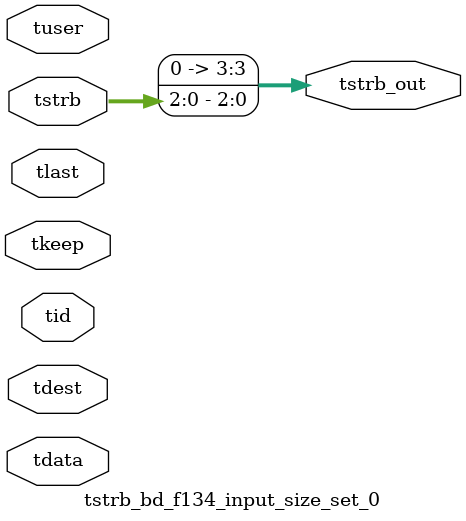
<source format=v>


`timescale 1ps/1ps

module tstrb_bd_f134_input_size_set_0 #
(
parameter C_S_AXIS_TDATA_WIDTH = 32,
parameter C_S_AXIS_TUSER_WIDTH = 0,
parameter C_S_AXIS_TID_WIDTH   = 0,
parameter C_S_AXIS_TDEST_WIDTH = 0,
parameter C_M_AXIS_TDATA_WIDTH = 32
)
(
input  [(C_S_AXIS_TDATA_WIDTH == 0 ? 1 : C_S_AXIS_TDATA_WIDTH)-1:0     ] tdata,
input  [(C_S_AXIS_TUSER_WIDTH == 0 ? 1 : C_S_AXIS_TUSER_WIDTH)-1:0     ] tuser,
input  [(C_S_AXIS_TID_WIDTH   == 0 ? 1 : C_S_AXIS_TID_WIDTH)-1:0       ] tid,
input  [(C_S_AXIS_TDEST_WIDTH == 0 ? 1 : C_S_AXIS_TDEST_WIDTH)-1:0     ] tdest,
input  [(C_S_AXIS_TDATA_WIDTH/8)-1:0 ] tkeep,
input  [(C_S_AXIS_TDATA_WIDTH/8)-1:0 ] tstrb,
input                                                                    tlast,
output [(C_M_AXIS_TDATA_WIDTH/8)-1:0 ] tstrb_out
);

assign tstrb_out = {tstrb[2:0]};

endmodule


</source>
